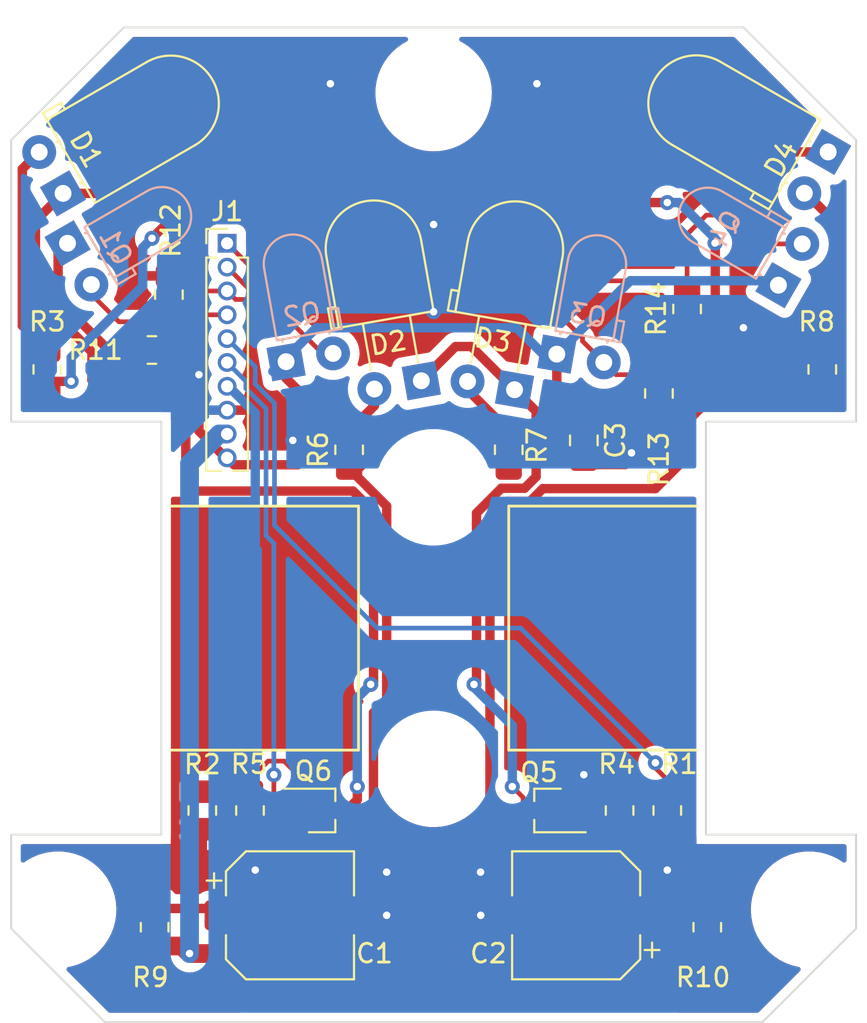
<source format=kicad_pcb>
(kicad_pcb (version 20211014) (generator pcbnew)
  (layers (0 "F.Cu" signal) (31 "B.Cu" signal) (34 "B.Paste" user) (35 "F.Paste" user) (36 "B.SilkS" user "B.Silkscreen") (37 "F.SilkS" user "F.Silkscreen") (38 "B.Mask" user) (39 "F.Mask" user) (44 "Edge.Cuts" user))
  (net 0 "")
  (net 1 "Net-(C1-Pad1)")
  (net 2 "GND")
  (net 3 "Net-(C2-Pad1)")
  (net 4 "Net-(D1-Pad1)")
  (net 5 "Net-(D1-Pad2)")
  (net 6 "Net-(D2-Pad1)")
  (net 7 "Net-(D2-Pad2)")
  (net 8 "Net-(D3-Pad2)")
  (net 9 "Net-(D4-Pad2)")
  (net 10 "A0")
  (net 11 "A1")
  (net 12 "A2")
  (net 13 "A3")
  (net 14 "GP14")
  (net 15 "GP15")
  (net 16 "GNDREF")
  (net 17 "+3V3")
  (net 18 "VCC")
  (net 19 "Net-(Q5-Pad1)")
  (net 20 "Net-(Q6-Pad1)")
  (footprint "MountingHole:MountingHole_2.2mm_M2" (layer "F.Cu") (at 141 106.5)
    (fp_text reference "REFH1" hide)
    (fp_text value "MountingHole_2.2mm_M2" hide)
    (pad "" np_thru_hole circle locked (at 0 0) (size 2.2 2.2) (drill 2.2) (layers *.Cu *.Mask))
  )
  (footprint "MountingHole:MountingHole_2.2mm_M2" (layer "F.Cu") (at 141 91.5)
    (fp_text reference "REFH1" hide)
    (fp_text value "MountingHole_2.2mm_M2" hide)
    (pad "" np_thru_hole circle locked (at 0 0) (size 2.2 2.2) (drill 2.2) (layers *.Cu *.Mask))
  )
  (footprint "Resistor_SMD:R_0805_2012Metric_Pad1.20x1.40mm_HandSolder" (layer "F.Cu") (at 128.68 108.715 -90)
    (fp_text reference "R5" (at -2.46779 -2.49269 180) (layer "F.SilkS"))
    (fp_text value "10k")
    (fp_line (start -0.227064 -0.735) (end 0.227064 -0.735) (layer "F.SilkS") (width 0.12))
    (fp_line (start -0.227064 0.735) (end 0.227064 0.735) (layer "F.SilkS") (width 0.12))
    (pad "1" smd roundrect (at -1 0 270) (size 1.2 1.4) (layers "F.Cu" "F.Paste" "F.Mask") (roundrect_rratio 0.2083333333) (net 20 "Net-(Q6-Pad1)"))
    (pad "2" smd roundrect (at 1 0 270) (size 1.2 1.4) (layers "F.Cu" "F.Paste" "F.Mask") (roundrect_rratio 0.2083333333) (net 2 "GND"))
  )
  (footprint "Connector_PinHeader_1.27mm:PinHeader_1x10_P1.27mm_Vertical" (layer "F.Cu") (at 130 78.5)
    (fp_text reference "J1" (at 0 -1.695) (layer "F.SilkS"))
    (fp_text value "Sensors")
    (fp_line (start -1.11 12.125) (end -0.30753 12.125) (layer "F.SilkS") (width 0.12))
    (fp_line (start -1.11 0.76) (end -1.11 12.125) (layer "F.SilkS") (width 0.12))
    (fp_line (start -1.11 -0.76) (end 0 -0.76) (layer "F.SilkS") (width 0.12))
    (fp_line (start 0.30753 12.125) (end 1.11 12.125) (layer "F.SilkS") (width 0.12))
    (fp_line (start -1.11 0.76) (end -0.563471 0.76) (layer "F.SilkS") (width 0.12))
    (fp_line (start 0.563471 0.76) (end 1.11 0.76) (layer "F.SilkS") (width 0.12))
    (fp_line (start -1.11 0) (end -1.11 -0.76) (layer "F.SilkS") (width 0.12))
    (fp_line (start 1.11 0.76) (end 1.11 12.125) (layer "F.SilkS") (width 0.12))
    (pad "1" thru_hole rect locked (at 0 0) (size 1 1) (drill 0.65) (layers *.Cu *.Mask) (net 10 "A0"))
    (pad "2" thru_hole oval locked (at 0 1.27) (size 1 1) (drill 0.65) (layers *.Cu *.Mask) (net 11 "A1"))
    (pad "3" thru_hole oval locked (at 0 2.54) (size 1 1) (drill 0.65) (layers *.Cu *.Mask) (net 12 "A2"))
    (pad "4" thru_hole oval locked (at 0 3.81) (size 1 1) (drill 0.65) (layers *.Cu *.Mask) (net 13 "A3"))
    (pad "5" thru_hole oval locked (at 0 5.08) (size 1 1) (drill 0.65) (layers *.Cu *.Mask) (net 14 "GP14"))
    (pad "6" thru_hole oval locked (at 0 6.35) (size 1 1) (drill 0.65) (layers *.Cu *.Mask) (net 15 "GP15"))
    (pad "7" thru_hole oval locked (at 0 7.62) (size 1 1) (drill 0.65) (layers *.Cu *.Mask) (net 2 "GND"))
    (pad "8" thru_hole oval locked (at 0 8.89) (size 1 1) (drill 0.65) (layers *.Cu *.Mask) (net 16 "GNDREF"))
    (pad "9" thru_hole oval locked (at 0 10.16) (size 1 1) (drill 0.65) (layers *.Cu *.Mask) (net 18 "VCC"))
    (pad "10" thru_hole oval locked (at 0 11.43) (size 1 1) (drill 0.65) (layers *.Cu *.Mask) (net 17 "+3V3"))
  )
  (footprint "MountingHole:MountingHole_2.2mm_M2" (layer "F.Cu") (at 161 114)
    (fp_text reference "REFH3" hide)
    (fp_text value "MountingHole_2.2mm_M2" hide)
    (pad "" np_thru_hole circle locked (at 0 0) (size 2.2 2.2) (drill 2.2) (layers *.Cu *.Mask))
  )
  (footprint "Resistor_SMD:R_0805_2012Metric_Pad1.20x1.40mm_HandSolder" (layer "F.Cu") (at 153 86.5 90)
    (fp_text reference "R13" (at -3.5 0 90) (layer "F.SilkS"))
    (fp_text value "1.5k")
    (fp_line (start -0.227064 0.735) (end 0.227064 0.735) (layer "F.SilkS") (width 0.12))
    (fp_line (start -0.227064 -0.735) (end 0.227064 -0.735) (layer "F.SilkS") (width 0.12))
    (pad "1" smd roundrect (at -1 0 90) (size 1.2 1.4) (layers "F.Cu" "F.Paste" "F.Mask") (roundrect_rratio 0.2083333333) (net 16 "GNDREF"))
    (pad "2" smd roundrect (at 1 0 90) (size 1.2 1.4) (layers "F.Cu" "F.Paste" "F.Mask") (roundrect_rratio 0.2083333333) (net 11 "A1"))
  )
  (footprint "Capacitor_SMD:CP_Elec_6.3x5.9" (layer "F.Cu") (at 133.35 114.3)
    (fp_text reference "C1" (at 4.5 2.035) (layer "F.SilkS"))
    (fp_text value "100uF")
    (fp_line (start -4.4375 -1.8475) (end -3.65 -1.8475) (layer "F.SilkS") (width 0.12))
    (fp_line (start -2.345563 3.41) (end 3.41 3.41) (layer "F.SilkS") (width 0.12))
    (fp_line (start -3.41 -2.345563) (end -2.345563 -3.41) (layer "F.SilkS") (width 0.12))
    (fp_line (start 3.41 3.41) (end 3.41 1.06) (layer "F.SilkS") (width 0.12))
    (fp_line (start -3.41 2.345563) (end -2.345563 3.41) (layer "F.SilkS") (width 0.12))
    (fp_line (start 3.41 -3.41) (end 3.41 -1.06) (layer "F.SilkS") (width 0.12))
    (fp_line (start -3.41 -2.345563) (end -3.41 -1.06) (layer "F.SilkS") (width 0.12))
    (fp_line (start -2.345563 -3.41) (end 3.41 -3.41) (layer "F.SilkS") (width 0.12))
    (fp_line (start -4.04375 -2.24125) (end -4.04375 -1.45375) (layer "F.SilkS") (width 0.12))
    (fp_line (start -3.41 2.345563) (end -3.41 1.06) (layer "F.SilkS") (width 0.12))
    (pad "1" smd roundrect (at -2.8 0) (size 3.5 1.6) (layers "F.Cu" "F.Paste" "F.Mask") (roundrect_rratio 0.15625) (net 1 "Net-(C1-Pad1)"))
    (pad "2" smd roundrect (at 2.8 0) (size 3.5 1.6) (layers "F.Cu" "F.Paste" "F.Mask") (roundrect_rratio 0.15625) (net 2 "GND"))
  )
  (footprint "Resistor_SMD:R_0805_2012Metric_Pad1.20x1.40mm_HandSolder" (layer "F.Cu") (at 161.7 85.22 90)
    (fp_text reference "R8" (at 2.54 -0.3 180) (layer "F.SilkS"))
    (fp_text value "7R2")
    (fp_line (start -0.227064 -0.735) (end 0.227064 -0.735) (layer "F.SilkS") (width 0.12))
    (fp_line (start -0.227064 0.735) (end 0.227064 0.735) (layer "F.SilkS") (width 0.12))
    (pad "1" smd roundrect (at -1 0 90) (size 1.2 1.4) (layers "F.Cu" "F.Paste" "F.Mask") (roundrect_rratio 0.2083333333) (net 3 "Net-(C2-Pad1)"))
    (pad "2" smd roundrect (at 1 0 90) (size 1.2 1.4) (layers "F.Cu" "F.Paste" "F.Mask") (roundrect_rratio 0.2083333333) (net 9 "Net-(D4-Pad2)"))
  )
  (footprint "Resistor_SMD:R_0805_2012Metric_Pad1.20x1.40mm_HandSolder" (layer "F.Cu") (at 150.905 108.715 90)
    (fp_text reference "R4" (at 2.466785 -0.159066 180) (layer "F.SilkS"))
    (fp_text value "10k")
    (fp_line (start -0.227064 -0.735) (end 0.227064 -0.735) (layer "F.SilkS") (width 0.12))
    (fp_line (start -0.227064 0.735) (end 0.227064 0.735) (layer "F.SilkS") (width 0.12))
    (pad "1" smd roundrect (at -1 0 90) (size 1.2 1.4) (layers "F.Cu" "F.Paste" "F.Mask") (roundrect_rratio 0.2083333333) (net 19 "Net-(Q5-Pad1)"))
    (pad "2" smd roundrect (at 1 0 90) (size 1.2 1.4) (layers "F.Cu" "F.Paste" "F.Mask") (roundrect_rratio 0.2083333333) (net 2 "GND"))
  )
  (footprint "Resistor_SMD:R_0805_2012Metric_Pad1.20x1.40mm_HandSolder" (layer "F.Cu") (at 120.425 85.22 90)
    (fp_text reference "R3" (at 2.54 0 180) (layer "F.SilkS"))
    (fp_text value "7R2")
    (fp_line (start -0.227064 0.735) (end 0.227064 0.735) (layer "F.SilkS") (width 0.12))
    (fp_line (start -0.227064 -0.735) (end 0.227064 -0.735) (layer "F.SilkS") (width 0.12))
    (pad "1" smd roundrect (at -1 0 90) (size 1.2 1.4) (layers "F.Cu" "F.Paste" "F.Mask") (roundrect_rratio 0.2083333333) (net 3 "Net-(C2-Pad1)"))
    (pad "2" smd roundrect (at 1 0 90) (size 1.2 1.4) (layers "F.Cu" "F.Paste" "F.Mask") (roundrect_rratio 0.2083333333) (net 5 "Net-(D1-Pad2)"))
  )
  (footprint "Resistor_SMD:R_0805_2012Metric_Pad1.20x1.40mm_HandSolder" (layer "F.Cu") (at 131.22 108.715 90)
    (fp_text reference "R2" (at 2.450358 -2.540001 180) (layer "F.SilkS"))
    (fp_text value "1k")
    (fp_line (start -0.227064 0.735) (end 0.227064 0.735) (layer "F.SilkS") (width 0.12))
    (fp_line (start -0.227064 -0.735) (end 0.227064 -0.735) (layer "F.SilkS") (width 0.12))
    (pad "1" smd roundrect (at -1 0 90) (size 1.2 1.4) (layers "F.Cu" "F.Paste" "F.Mask") (roundrect_rratio 0.2083333333) (net 15 "GP15"))
    (pad "2" smd roundrect (at 1 0 90) (size 1.2 1.4) (layers "F.Cu" "F.Paste" "F.Mask") (roundrect_rratio 0.2083333333) (net 20 "Net-(Q6-Pad1)"))
  )
  (footprint "LED_THT:LED_D5.0mm_Horizontal_O1.27mm_Z3.0mm" (layer "F.Cu") (at 121.262037 75.841682 120)
    (fp_text reference "D1" (at 1.408975 2.242948 300) (layer "F.SilkS"))
    (fp_text value "TLCR5800")
    (fp_line (start 0 1.08) (end 0 1.21) (layer "F.SilkS") (width 0.12))
    (fp_line (start 2.54 1.21) (end 2.54 1.21) (layer "F.SilkS") (width 0.12))
    (fp_line (start 0 1.21) (end 0 1.08) (layer "F.SilkS") (width 0.12))
    (fp_line (start -1.29 1.21) (end -1.29 7.37) (layer "F.SilkS") (width 0.12))
    (fp_line (start -1.29 1.21) (end 3.83 1.21) (layer "F.SilkS") (width 0.12))
    (fp_line (start 2.54 1.21) (end 2.54 1.08) (layer "F.SilkS") (width 0.12))
    (fp_line (start 0 1.08) (end 0 1.08) (layer "F.SilkS") (width 0.12))
    (fp_line (start 2.54 1.08) (end 2.54 1.21) (layer "F.SilkS") (width 0.12))
    (fp_line (start 4.23 2.33) (end 3.83 2.33) (layer "F.SilkS") (width 0.12))
    (fp_line (start 2.54 1.08) (end 2.54 1.08) (layer "F.SilkS") (width 0.12))
    (fp_line (start 3.83 2.33) (end 3.83 1.21) (layer "F.SilkS") (width 0.12))
    (fp_line (start 0 1.21) (end 0 1.21) (layer "F.SilkS") (width 0.12))
    (fp_line (start 4.23 1.21) (end 4.23 2.33) (layer "F.SilkS") (width 0.12))
    (fp_line (start 3.83 1.21) (end 3.83 7.37) (layer "F.SilkS") (width 0.12))
    (fp_line (start 3.83 1.21) (end 4.23 1.21) (layer "F.SilkS") (width 0.12))
    (fp_arc (start 3.83 7.37) (mid 1.27 9.93) (end -1.29 7.37) (layer "F.SilkS") (width 0.12))
    (pad "1" thru_hole rect (at 0 0 120) (size 1.8 1.8) (drill 0.9) (layers *.Cu *.Mask) (net 4 "Net-(D1-Pad1)"))
    (pad "2" thru_hole circle (at 2.54 0 120) (size 1.8 1.8) (drill 0.9) (layers *.Cu *.Mask) (net 5 "Net-(D1-Pad2)"))
  )
  (footprint "LED_THT:LED_D5.0mm_Horizontal_O1.27mm_Z3.0mm" (layer "F.Cu") (at 145.309094 86.300587 170)
    (fp_text reference "D3" (at 1.6 2.4 170) (layer "F.SilkS"))
    (fp_text value "TLCR5800")
    (fp_line (start -1.29 3.54) (end 3.83 3.54) (layer "F.SilkS") (width 0.12))
    (fp_line (start 4.23 3.54) (end 4.23 4.66) (layer "F.SilkS") (width 0.12))
    (fp_line (start 0 3.54) (end 0 3.54) (layer "F.SilkS") (width 0.12))
    (fp_line (start 0 1) (end 0 3.41) (layer "F.SilkS") (width 0.12))
    (fp_line (start 3.83 3.54) (end 3.83 7.37) (layer "F.SilkS") (width 0.12))
    (fp_line (start 0 3.41) (end 0 3.54) (layer "F.SilkS") (width 0.12))
    (fp_line (start 2.54 3.41) (end 2.54 3.54) (layer "F.SilkS") (width 0.12))
    (fp_line (start 3.83 4.66) (end 3.83 3.54) (layer "F.SilkS") (width 0.12))
    (fp_line (start 2.54 3.54) (end 2.54 3.41) (layer "F.SilkS") (width 0.12))
    (fp_line (start 0 3.54) (end 0 3.41) (layer "F.SilkS") (width 0.12))
    (fp_line (start 2.54 3.54) (end 2.54 3.54) (layer "F.SilkS") (width 0.12))
    (fp_line (start 3.83 3.54) (end 4.23 3.54) (layer "F.SilkS") (width 0.12))
    (fp_line (start -1.29 3.54) (end -1.29 7.37) (layer "F.SilkS") (width 0.12))
    (fp_line (start 2.54 1) (end 2.54 3.41) (layer "F.SilkS") (width 0.12))
    (fp_line (start 4.23 4.66) (end 3.83 4.66) (layer "F.SilkS") (width 0.12))
    (fp_arc (start 3.83 7.37) (mid 1.27 9.93) (end -1.29 7.37) (layer "F.SilkS") (width 0.12))
    (pad "1" thru_hole rect (at 0 0 170) (size 1.8 1.8) (drill 0.9) (layers *.Cu *.Mask) (net 6 "Net-(D2-Pad1)"))
    (pad "2" thru_hole circle (at 2.54 0 170) (size 1.8 1.8) (drill 0.9) (layers *.Cu *.Mask) (net 8 "Net-(D3-Pad2)"))
  )
  (footprint "LED_THT:LED_D5.0mm_Horizontal_O1.27mm_Z3.0mm" (layer "F.Cu") (at 140 86 -170)
    (fp_text reference "D2" (at 1.013802 2.402834 10) (layer "F.SilkS"))
    (fp_text value "TLCR5800")
    (fp_line (start 2.17 3.655) (end 2.17 3.525) (layer "F.SilkS") (width 0.12))
    (fp_line (start -1.66 3.655) (end -1.66 7.485) (layer "F.SilkS") (width 0.12))
    (fp_line (start -0.37 3.525) (end -0.37 3.655) (layer "F.SilkS") (width 0.12))
    (fp_line (start -1.66 3.655) (end 3.46 3.655) (layer "F.SilkS") (width 0.12))
    (fp_line (start -0.37 3.655) (end -0.37 3.655) (layer "F.SilkS") (width 0.12))
    (fp_line (start 3.46 4.775) (end 3.46 3.655) (layer "F.SilkS") (width 0.12))
    (fp_line (start 3.86 4.775) (end 3.46 4.775) (layer "F.SilkS") (width 0.12))
    (fp_line (start 2.17 1.115) (end 2.17 3.525) (layer "F.SilkS") (width 0.12))
    (fp_line (start -0.37 3.655) (end -0.37 3.525) (layer "F.SilkS") (width 0.12))
    (fp_line (start 3.46 3.655) (end 3.46 7.485) (layer "F.SilkS") (width 0.12))
    (fp_line (start -0.37 1.115) (end -0.37 3.525) (layer "F.SilkS") (width 0.12))
    (fp_line (start 3.86 3.655) (end 3.86 4.775) (layer "F.SilkS") (width 0.12))
    (fp_line (start 3.46 3.655) (end 3.86 3.655) (layer "F.SilkS") (width 0.12))
    (fp_line (start 2.17 3.655) (end 2.17 3.655) (layer "F.SilkS") (width 0.12))
    (fp_line (start 2.17 3.525) (end 2.17 3.655) (layer "F.SilkS") (width 0.12))
    (fp_arc (start 3.46 7.485) (mid 0.899999 10.045) (end -1.66 7.485) (layer "F.SilkS") (width 0.12))
    (pad "1" thru_hole rect (at -0.37 0.115 190) (size 1.8 1.8) (drill 0.9) (layers *.Cu *.Mask) (net 6 "Net-(D2-Pad1)"))
    (pad "2" thru_hole circle (at 2.17 0.115 190) (size 1.8 1.8) (drill 0.9) (layers *.Cu *.Mask) (net 7 "Net-(D2-Pad2)"))
  )
  (footprint "Resistor_SMD:R_0805_2012Metric_Pad1.20x1.40mm_HandSolder" (layer "F.Cu") (at 154.5 82 90)
    (fp_text reference "R14" (at 0 -1.65 90) (layer "F.SilkS"))
    (fp_text value "1.5k")
    (fp_line (start -0.227064 0.735) (end 0.227064 0.735) (layer "F.SilkS") (width 0.12))
    (fp_line (start -0.227064 -0.735) (end 0.227064 -0.735) (layer "F.SilkS") (width 0.12))
    (pad "1" smd roundrect (at -1 0 90) (size 1.2 1.4) (layers "F.Cu" "F.Paste" "F.Mask") (roundrect_rratio 0.2083333333) (net 16 "GNDREF"))
    (pad "2" smd roundrect (at 1 0 90) (size 1.2 1.4) (layers "F.Cu" "F.Paste" "F.Mask") (roundrect_rratio 0.2083333333) (net 10 "A0"))
  )
  (footprint "Package_TO_SOT_SMD:SOT-323_SC-70_Handsoldering" (layer "F.Cu") (at 135.03 108.715)
    (fp_text reference "Q6" (at -0.431114 -2.098407) (layer "F.SilkS"))
    (fp_text value "DMG1012T")
    (fp_line (start -0.675 1.16) (end 0.735 1.16) (layer "F.SilkS") (width 0.12))
    (fp_line (start 0.735 -1.16) (end -2 -1.16) (layer "F.SilkS") (width 0.12))
    (fp_line (start 0.735 -1.17) (end 0.735 -0.5) (layer "F.SilkS") (width 0.12))
    (fp_line (start 0.735 0.5) (end 0.735 1.16) (layer "F.SilkS") (width 0.12))
    (pad "1" smd rect (at -1.33 -0.65 270) (size 0.45 1.5) (layers "F.Cu" "F.Paste" "F.Mask") (net 20 "Net-(Q6-Pad1)"))
    (pad "2" smd rect (at -1.33 0.65 270) (size 0.45 1.5) (layers "F.Cu" "F.Paste" "F.Mask") (net 2 "GND"))
    (pad "3" smd rect (at 1.33 0 270) (size 0.45 1.5) (layers "F.Cu" "F.Paste" "F.Mask") (net 4 "Net-(D1-Pad1)"))
  )
  (footprint "Resistor_SMD:R_0805_2012Metric_Pad1.20x1.40mm_HandSolder" (layer "F.Cu") (at 153.445 108.715 -90)
    (fp_text reference "R1" (at -2.466785 -0.635 180) (layer "F.SilkS"))
    (fp_text value "1k")
    (fp_line (start -0.227064 0.735) (end 0.227064 0.735) (layer "F.SilkS") (width 0.12))
    (fp_line (start -0.227064 -0.735) (end 0.227064 -0.735) (layer "F.SilkS") (width 0.12))
    (pad "1" smd roundrect (at -1 0 270) (size 1.2 1.4) (layers "F.Cu" "F.Paste" "F.Mask") (roundrect_rratio 0.2083333333) (net 14 "GP14"))
    (pad "2" smd roundrect (at 1 0 270) (size 1.2 1.4) (layers "F.Cu" "F.Paste" "F.Mask") (roundrect_rratio 0.2083333333) (net 19 "Net-(Q5-Pad1)"))
  )
  (footprint "Resistor_SMD:R_0805_2012Metric_Pad1.20x1.40mm_HandSolder" (layer "F.Cu") (at 155.575 114.935 90)
    (fp_text reference "R10" (at -2.67 -0.225 180) (layer "F.SilkS"))
    (fp_text value "56R")
    (fp_line (start -0.227064 -0.735) (end 0.227064 -0.735) (layer "F.SilkS") (width 0.12))
    (fp_line (start -0.227064 0.735) (end 0.227064 0.735) (layer "F.SilkS") (width 0.12))
    (pad "1" smd roundrect (at -1 0 90) (size 1.2 1.4) (layers "F.Cu" "F.Paste" "F.Mask") (roundrect_rratio 0.2083333333) (net 18 "VCC"))
    (pad "2" smd roundrect (at 1 0 90) (size 1.2 1.4) (layers "F.Cu" "F.Paste" "F.Mask") (roundrect_rratio 0.2083333333) (net 3 "Net-(C2-Pad1)"))
  )
  (footprint "Capacitor_SMD:CP_Elec_6.3x5.9" (layer "F.Cu") (at 148.59 114.3 180)
    (fp_text reference "C2" (at 4.67 -2.035) (layer "F.SilkS"))
    (fp_text value "100uF")
    (fp_line (start -3.41 -2.345563) (end -3.41 -1.06) (layer "F.SilkS") (width 0.12))
    (fp_line (start -2.345563 -3.41) (end 3.41 -3.41) (layer "F.SilkS") (width 0.12))
    (fp_line (start -4.04375 -2.24125) (end -4.04375 -1.45375) (layer "F.SilkS") (width 0.12))
    (fp_line (start 3.41 -3.41) (end 3.41 -1.06) (layer "F.SilkS") (width 0.12))
    (fp_line (start 3.41 3.41) (end 3.41 1.06) (layer "F.SilkS") (width 0.12))
    (fp_line (start -2.345563 3.41) (end 3.41 3.41) (layer "F.SilkS") (width 0.12))
    (fp_line (start -3.41 2.345563) (end -3.41 1.06) (layer "F.SilkS") (width 0.12))
    (fp_line (start -4.4375 -1.8475) (end -3.65 -1.8475) (layer "F.SilkS") (width 0.12))
    (fp_line (start -3.41 -2.345563) (end -2.345563 -3.41) (layer "F.SilkS") (width 0.12))
    (fp_line (start -3.41 2.345563) (end -2.345563 3.41) (layer "F.SilkS") (width 0.12))
    (pad "1" smd roundrect (at -2.8 0 180) (size 3.5 1.6) (layers "F.Cu" "F.Paste" "F.Mask") (roundrect_rratio 0.15625) (net 3 "Net-(C2-Pad1)"))
    (pad "2" smd roundrect (at 2.8 0 180) (size 3.5 1.6) (layers "F.Cu" "F.Paste" "F.Mask") (roundrect_rratio 0.15625) (net 2 "GND"))
  )
  (footprint "Package_TO_SOT_SMD:SOT-323_SC-70_Handsoldering" (layer "F.Cu") (at 147.095 108.715 180)
    (fp_text reference "Q5" (at 0.485048 2.032763) (layer "F.SilkS"))
    (fp_text value "DMG1012T")
    (fp_line (start -0.675 1.16) (end 0.735 1.16) (layer "F.SilkS") (width 0.12))
    (fp_line (start 0.735 -1.17) (end 0.735 -0.5) (layer "F.SilkS") (width 0.12))
    (fp_line (start 0.735 0.5) (end 0.735 1.16) (layer "F.SilkS") (width 0.12))
    (fp_line (start 0.735 -1.16) (end -2 -1.16) (layer "F.SilkS") (width 0.12))
    (pad "1" smd rect (at -1.33 -0.65 90) (size 0.45 1.5) (layers "F.Cu" "F.Paste" "F.Mask") (net 19 "Net-(Q5-Pad1)"))
    (pad "2" smd rect (at -1.33 0.65 90) (size 0.45 1.5) (layers "F.Cu" "F.Paste" "F.Mask") (net 2 "GND"))
    (pad "3" smd rect (at 1.33 0 90) (size 0.45 1.5) (layers "F.Cu" "F.Paste" "F.Mask") (net 6 "Net-(D2-Pad1)"))
  )
  (footprint "Resistor_SMD:R_0805_2012Metric_Pad1.20x1.40mm_HandSolder" (layer "F.Cu") (at 126.900147 81.235512 -90)
    (fp_text reference "R12" (at -3.415719 -0.103244 90) (layer "F.SilkS"))
    (fp_text value "1.5k")
    (fp_line (start -0.227064 0.735) (end 0.227064 0.735) (layer "F.SilkS") (width 0.12))
    (fp_line (start -0.227064 -0.735) (end 0.227064 -0.735) (layer "F.SilkS") (width 0.12))
    (pad "1" smd roundrect (at -1 0 270) (size 1.2 1.4) (layers "F.Cu" "F.Paste" "F.Mask") (roundrect_rratio 0.2083333333) (net 16 "GNDREF"))
    (pad "2" smd roundrect (at 1 0 270) (size 1.2 1.4) (layers "F.Cu" "F.Paste" "F.Mask") (roundrect_rratio 0.2083333333) (net 12 "A2"))
  )
  (footprint "Resistor_SMD:R_0805_2012Metric_Pad1.20x1.40mm_HandSolder" (layer "F.Cu") (at 125.996385 84.184878)
    (fp_text reference "R11" (at -3 0) (layer "F.SilkS"))
    (fp_text value "1.5k")
    (fp_line (start -0.227064 -0.735) (end 0.227064 -0.735) (layer "F.SilkS") (width 0.12))
    (fp_line (start -0.227064 0.735) (end 0.227064 0.735) (layer "F.SilkS") (width 0.12))
    (pad "1" smd roundrect (at -1 0) (size 1.2 1.4) (layers "F.Cu" "F.Paste" "F.Mask") (roundrect_rratio 0.2083333333) (net 16 "GNDREF"))
    (pad "2" smd roundrect (at 1 0) (size 1.2 1.4) (layers "F.Cu" "F.Paste" "F.Mask") (roundrect_rratio 0.2083333333) (net 13 "A3"))
  )
  (footprint "Resistor_SMD:R_0805_2012Metric_Pad1.20x1.40mm_HandSolder" (layer "F.Cu") (at 145 89.5 90)
    (fp_text reference "R7" (at 0.227064 1.5 90) (layer "F.SilkS"))
    (fp_text value "7R2")
    (fp_line (start -0.227064 0.735) (end 0.227064 0.735) (layer "F.SilkS") (width 0.12))
    (fp_line (start -0.227064 -0.735) (end 0.227064 -0.735) (layer "F.SilkS") (width 0.12))
    (pad "1" smd roundrect (at -1 0 90) (size 1.2 1.4) (layers "F.Cu" "F.Paste" "F.Mask") (roundrect_rratio 0.2083333333) (net 1 "Net-(C1-Pad1)"))
    (pad "2" smd roundrect (at 1 0 90) (size 1.2 1.4) (layers "F.Cu" "F.Paste" "F.Mask") (roundrect_rratio 0.2083333333) (net 8 "Net-(D3-Pad2)"))
  )
  (footprint "Resistor_SMD:R_0805_2012Metric_Pad1.20x1.40mm_HandSolder" (layer "F.Cu") (at 126.14 114.935 90)
    (fp_text reference "R9" (at -2.67 -0.225 180) (layer "F.SilkS"))
    (fp_text value "56R")
    (fp_line (start -0.227064 -0.735) (end 0.227064 -0.735) (layer "F.SilkS") (width 0.12))
    (fp_line (start -0.227064 0.735) (end 0.227064 0.735) (layer "F.SilkS") (width 0.12))
    (pad "1" smd roundrect (at -1 0 90) (size 1.2 1.4) (layers "F.Cu" "F.Paste" "F.Mask") (roundrect_rratio 0.2083333333) (net 18 "VCC"))
    (pad "2" smd roundrect (at 1 0 90) (size 1.2 1.4) (layers "F.Cu" "F.Paste" "F.Mask") (roundrect_rratio 0.2083333333) (net 1 "Net-(C1-Pad1)"))
  )
  (footprint "MountingHole:MountingHole_2.2mm_M2" (layer "F.Cu") (at 121 114)
    (fp_text reference "REFH2" hide)
    (fp_text value "MountingHole_2.2mm_M2" hide)
    (pad "" np_thru_hole circle locked (at 0 0) (size 2.2 2.2) (drill 2.2) (layers *.Cu *.Mask))
  )
  (footprint "Resistor_SMD:R_0805_2012Metric_Pad1.20x1.40mm_HandSolder" (layer "F.Cu") (at 136.5 89.5 90)
    (fp_text reference "R6" (at 0 -1.65 90) (layer "F.SilkS"))
    (fp_text value "7R2")
    (fp_line (start -0.227064 -0.735) (end 0.227064 -0.735) (layer "F.SilkS") (width 0.12))
    (fp_line (start -0.227064 0.735) (end 0.227064 0.735) (layer "F.SilkS") (width 0.12))
    (pad "1" smd roundrect (at -1 0 90) (size 1.2 1.4) (layers "F.Cu" "F.Paste" "F.Mask") (roundrect_rratio 0.2083333333) (net 1 "Net-(C1-Pad1)"))
    (pad "2" smd roundrect (at 1 0 90) (size 1.2 1.4) (layers "F.Cu" "F.Paste" "F.Mask") (roundrect_rratio 0.2083333333) (net 7 "Net-(D2-Pad2)"))
  )
  (footprint "LED_THT:LED_D5.0mm_Horizontal_O1.27mm_Z3.0mm" (layer "F.Cu") (at 162.012964 73.633318 -120)
    (fp_text reference "D4" (at 1.574038 1.99295 -120) (layer "F.SilkS"))
    (fp_text value "TLCR5800")
    (fp_line (start 3.83 1.21) (end 3.83 7.37) (layer "F.SilkS") (width 0.12))
    (fp_line (start 2.54 1.21) (end 2.54 1.21) (layer "F.SilkS") (width 0.12))
    (fp_line (start 4.23 1.21) (end 4.23 2.33) (layer "F.SilkS") (width 0.12))
    (fp_line (start -1.29 1.21) (end 3.83 1.21) (layer "F.SilkS") (width 0.12))
    (fp_line (start 0 1.08) (end 0 1.08) (layer "F.SilkS") (width 0.12))
    (fp_line (start 2.54 1.08) (end 2.54 1.21) (layer "F.SilkS") (width 0.12))
    (fp_line (start 2.54 1.08) (end 2.54 1.08) (layer "F.SilkS") (width 0.12))
    (fp_line (start 2.54 1.21) (end 2.54 1.08) (layer "F.SilkS") (width 0.12))
    (fp_line (start -1.29 1.21) (end -1.29 7.37) (layer "F.SilkS") (width 0.12))
    (fp_line (start 0 1.21) (end 0 1.21) (layer "F.SilkS") (width 0.12))
    (fp_line (start 3.83 1.21) (end 4.23 1.21) (layer "F.SilkS") (width 0.12))
    (fp_line (start 0 1.08) (end 0 1.21) (layer "F.SilkS") (width 0.12))
    (fp_line (start 0 1.21) (end 0 1.08) (layer "F.SilkS") (width 0.12))
    (fp_line (start 4.23 2.33) (end 3.83 2.33) (layer "F.SilkS") (width 0.12))
    (fp_line (start 3.83 2.33) (end 3.83 1.21) (layer "F.SilkS") (width 0.12))
    (fp_arc (start 3.83 7.37) (mid 1.27 9.93) (end -1.29 7.37) (layer "F.SilkS") (width 0.12))
    (pad "1" thru_hole rect (at 0 0 240) (size 1.8 1.8) (drill 0.9) (layers *.Cu *.Mask) (net 4 "Net-(D1-Pad1)"))
    (pad "2" thru_hole circle (at 2.54 0 240) (size 1.8 1.8) (drill 0.9) (layers *.Cu *.Mask) (net 9 "Net-(D4-Pad2)"))
  )
  (footprint "Capacitor_SMD:C_0805_2012Metric_Pad1.18x1.45mm_HandSolder" (layer "F.Cu") (at 149 89 -90)
    (fp_text reference "C3" (at 0 -1.68 90) (layer "F.SilkS"))
    (fp_text value "100nF")
    (fp_line (start -0.261252 0.735) (end 0.261252 0.735) (layer "F.SilkS") (width 0.12))
    (fp_line (start -0.261252 -0.735) (end 0.261252 -0.735) (layer "F.SilkS") (width 0.12))
    (pad "1" smd roundrect (at -1.0375 0 270) (size 1.175 1.45) (layers "F.Cu" "F.Paste" "F.Mask") (roundrect_rratio 0.2127659574) (net 17 "+3V3"))
    (pad "2" smd roundrect (at 1.0375 0 270) (size 1.175 1.45) (layers "F.Cu" "F.Paste" "F.Mask") (roundrect_rratio 0.2127659574) (net 16 "GNDREF"))
  )
  (footprint "MountingHole:MountingHole_2.2mm_M2" (layer "F.Cu") (at 141 70.5)
    (fp_text reference "REFH1" hide)
    (fp_text value "MountingHole_2.2mm_M2" hide)
    (pad "" np_thru_hole circle locked (at 0 0) (size 2.2 2.2) (drill 2.2) (layers *.Cu *.Mask))
  )
  (footprint "LED_THT:LED_D3.0mm_Horizontal_O1.27mm_Z2.0mm" (layer "B.Cu") (at 133.141552 84.807615 10)
    (fp_text reference "Q2" (at 1.27 -2.325 10) (layer "B.SilkS") (effects (justify mirror)))
    (fp_text value "SFH309")
    (fp_line (start 2.54 -1.08) (end 2.54 -1.21) (layer "B.SilkS") (width 0.12))
    (fp_line (start 0 -1.21) (end 0 -1.08) (layer "B.SilkS") (width 0.12))
    (fp_line (start 3.23 -2.33) (end 2.83 -2.33) (layer "B.SilkS") (width 0.12))
    (fp_line (start -0.29 -1.21) (end -0.29 -5.07) (layer "B.SilkS") (width 0.12))
    (fp_line (start 2.54 -1.21) (end 2.54 -1.08) (layer "B.SilkS") (width 0.12))
    (fp_line (start 2.83 -1.21) (end 2.83 -5.07) (layer "B.SilkS") (width 0.12))
    (fp_line (start 2.83 -1.21) (end 3.23 -1.21) (layer "B.SilkS") (width 0.12))
    (fp_line (start -0.29 -1.21) (end 2.83 -1.21) (layer "B.SilkS") (width 0.12))
    (fp_line (start 0 -1.08) (end 0 -1.21) (layer "B.SilkS") (width 0.12))
    (fp_line (start 3.23 -1.21) (end 3.23 -2.33) (layer "B.SilkS") (width 0.12))
    (fp_line (start 2.54 -1.21) (end 2.54 -1.21) (layer "B.SilkS") (width 0.12))
    (fp_line (start 2.54 -1.08) (end 2.54 -1.08) (layer "B.SilkS") (width 0.12))
    (fp_line (start 0 -1.08) (end 0 -1.08) (layer "B.SilkS") (width 0.12))
    (fp_line (start 0 -1.21) (end 0 -1.21) (layer "B.SilkS") (width 0.12))
    (fp_line (start 2.83 -2.33) (end 2.83 -1.21) (layer "B.SilkS") (width 0.12))
    (fp_arc (start -0.29 -5.07) (mid 1.269999 -6.63) (end 2.83 -5.07) (layer "B.SilkS") (width 0.12))
    (pad "1" thru_hole rect (at 0 0 10) (size 1.8 1.8) (drill 0.9) (layers *.Cu *.Mask) (net 17 "+3V3"))
    (pad "2" thru_hole circle (at 2.54 0 10) (size 1.8 1.8) (drill 0.9) (layers *.Cu *.Mask) (net 12 "A2"))
  )
  (footprint "LED_THT:LED_D3.0mm_Horizontal_O1.27mm_Z2.0mm" (layer "B.Cu") (at 147.561429 84.405217 -10)
    (fp_text reference "Q3" (at 1.27 -2.325 170) (layer "B.SilkS") (effects (justify mirror)))
    (fp_text value "SFH309")
    (fp_line (start 2.83 -2.33) (end 2.83 -1.21) (layer "B.SilkS") (width 0.12))
    (fp_line (start 0 -1.21) (end 0 -1.08) (layer "B.SilkS") (width 0.12))
    (fp_line (start 0 -1.21) (end 0 -1.21) (layer "B.SilkS") (width 0.12))
    (fp_line (start 3.23 -2.33) (end 2.83 -2.33) (layer "B.SilkS") (width 0.12))
    (fp_line (start 2.54 -1.21) (end 2.54 -1.21) (layer "B.SilkS") (width 0.12))
    (fp_line (start -0.29 -1.21) (end 2.83 -1.21) (layer "B.SilkS") (width 0.12))
    (fp_line (start 2.83 -1.21) (end 3.23 -1.21) (layer "B.SilkS") (width 0.12))
    (fp_line (start 2.83 -1.21) (end 2.83 -5.07) (layer "B.SilkS") (width 0.12))
    (fp_line (start 2.54 -1.21) (end 2.54 -1.08) (layer "B.SilkS") (width 0.12))
    (fp_line (start 3.23 -1.21) (end 3.23 -2.33) (layer "B.SilkS") (width 0.12))
    (fp_line (start 2.54 -1.08) (end 2.54 -1.21) (layer "B.SilkS") (width 0.12))
    (fp_line (start 0 -1.08) (end 0 -1.21) (layer "B.SilkS") (width 0.12))
    (fp_line (start -0.29 -1.21) (end -0.29 -5.07) (layer "B.SilkS") (width 0.12))
    (fp_line (start 2.54 -1.08) (end 2.54 -1.08) (layer "B.SilkS") (width 0.12))
    (fp_line (start 0 -1.08) (end 0 -1.08) (layer "B.SilkS") (width 0.12))
    (fp_arc (start -0.29 -5.07) (mid 1.27 -6.63) (end 2.83 -5.07) (layer "B.SilkS") (width 0.12))
    (pad "1" thru_hole rect (at 0 0 350) (size 1.8 1.8) (drill 0.9) (layers *.Cu *.Mask) (net 17 "+3V3"))
    (pad "2" thru_hole circle (at 2.54 0 350) (size 1.8 1.8) (drill 0.9) (layers *.Cu *.Mask) (net 11 "A1"))
  )
  (footprint "LED_THT:LED_D3.0mm_Horizontal_O1.27mm_Z2.0mm" (layer "B.Cu") (at 159.363194 80.732958 60)
    (fp_text reference "Q4" (at 1.183013 -3.941026 240) (layer "B.SilkS") (effects (justify mirror)))
    (fp_text value "SFH309")
    (fp_line (start -0.29 -1.21) (end -0.29 -5.07) (layer "B.SilkS") (width 0.12))
    (fp_line (start 2.54 -1.08) (end 2.54 -1.08) (layer "B.SilkS") (width 0.12))
    (fp_line (start 3.23 -1.21) (end 3.23 -2.33) (layer "B.SilkS") (width 0.12))
    (fp_line (start 0 -1.08) (end 0 -1.21) (layer "B.SilkS") (width 0.12))
    (fp_line (start 2.83 -1.21) (end 2.83 -5.07) (layer "B.SilkS") (width 0.12))
    (fp_line (start 2.83 -1.21) (end 3.23 -1.21) (layer "B.SilkS") (width 0.12))
    (fp_line (start 0 -1.21) (end 0 -1.08) (layer "B.SilkS") (width 0.12))
    (fp_line (start 2.54 -1.21) (end 2.54 -1.08) (layer "B.SilkS") (width 0.12))
    (fp_line (start 0 -1.21) (end 0 -1.21) (layer "B.SilkS") (width 0.12))
    (fp_line (start 2.54 -1.08) (end 2.54 -1.21) (layer "B.SilkS") (width 0.12))
    (fp_line (start 0 -1.08) (end 0 -1.08) (layer "B.SilkS") (width 0.12))
    (fp_line (start 3.23 -2.33) (end 2.83 -2.33) (layer "B.SilkS") (width 0.12))
    (fp_line (start 2.83 -2.33) (end 2.83 -1.21) (layer "B.SilkS") (width 0.12))
    (fp_line (start 2.54 -1.21) (end 2.54 -1.21) (layer "B.SilkS") (width 0.12))
    (fp_line (start -0.29 -1.21) (end 2.83 -1.21) (layer "B.SilkS") (width 0.12))
    (fp_arc (start -0.29 -5.07) (mid 1.27 -6.63) (end 2.83 -5.07) (layer "B.SilkS") (width 0.12))
    (pad "1" thru_hole rect (at 0 0 60) (size 1.8 1.8) (drill 0.9) (layers *.Cu *.Mask) (net 17 "+3V3"))
    (pad "2" thru_hole circle (at 2.54 0 60) (size 1.8 1.8) (drill 0.9) (layers *.Cu *.Mask) (net 10 "A0"))
  )
  (footprint "LED_THT:LED_D3.0mm_Horizontal_O1.27mm_Z2.0mm" (layer "B.Cu") (at 121.5 78.5 -60)
    (fp_text reference "Q1" (at 1.433012 -2.141987 120) (layer "B.SilkS") (effects (justify mirror)))
    (fp_text value "SFH309")
    (fp_line (start 3.23 -2.33) (end 2.83 -2.33) (layer "B.SilkS") (width 0.12))
    (fp_line (start 2.54 -1.08) (end 2.54 -1.21) (layer "B.SilkS") (width 0.12))
    (fp_line (start 3.23 -1.21) (end 3.23 -2.33) (layer "B.SilkS") (width 0.12))
    (fp_line (start 2.83 -1.21) (end 2.83 -5.07) (layer "B.SilkS") (width 0.12))
    (fp_line (start 2.83 -2.33) (end 2.83 -1.21) (layer "B.SilkS") (width 0.12))
    (fp_line (start 0 -1.21) (end 0 -1.08) (layer "B.SilkS") (width 0.12))
    (fp_line (start 2.83 -1.21) (end 3.23 -1.21) (layer "B.SilkS") (width 0.12))
    (fp_line (start 0 -1.21) (end 0 -1.21) (layer "B.SilkS") (width 0.12))
    (fp_line (start 0 -1.08) (end 0 -1.08) (layer "B.SilkS") (width 0.12))
    (fp_line (start -0.29 -1.21) (end 2.83 -1.21) (layer "B.SilkS") (width 0.12))
    (fp_line (start -0.29 -1.21) (end -0.29 -5.07) (layer "B.SilkS") (width 0.12))
    (fp_line (start 2.54 -1.08) (end 2.54 -1.08) (layer "B.SilkS") (width 0.12))
    (fp_line (start 2.54 -1.21) (end 2.54 -1.08) (layer "B.SilkS") (width 0.12))
    (fp_line (start 0 -1.08) (end 0 -1.21) (layer "B.SilkS") (width 0.12))
    (fp_line (start 2.54 -1.21) (end 2.54 -1.21) (layer "B.SilkS") (width 0.12))
    (fp_arc (start -0.29 -5.07) (mid 1.27 -6.63) (end 2.83 -5.07) (layer "B.SilkS") (width 0.12))
    (pad "1" thru_hole rect (at 0 0 300) (size 1.8 1.8) (drill 0.9) (layers *.Cu *.Mask) (net 17 "+3V3"))
    (pad "2" thru_hole circle (at 2.54 0 300) (size 1.8 1.8) (drill 0.9) (layers *.Cu *.Mask) (net 13 "A3"))
  )
  (gr_line (start 137 92.5) (end 137 105.5) (layer "F.SilkS") (width 0.15))
  (gr_line (start 155 92.5) (end 145 92.5) (layer "F.SilkS") (width 0.15))
  (gr_line (start 127 92.5) (end 137 92.5) (layer "F.SilkS") (width 0.15))
  (gr_line (start 137 105.5) (end 127 105.5) (layer "F.SilkS") (width 0.15))
  (gr_line (start 145 92.5) (end 145 105.5) (layer "F.SilkS") (width 0.15))
  (gr_line (start 145 105.5) (end 155 105.5) (layer "F.SilkS") (width 0.15))
  (gr_poly locked (pts (xy 155.5 110) (xy 155.5 105) (xy 155.5 93) (xy 155.5 88) (xy 163.5 88) (xy 163.5 73) (xy 157.5 67) (xy 124.5 67) (xy 118.5 73) (xy 118.5 88) (xy 126.5 88) (xy 126.5 93) (xy 126.5 105) (xy 126.5 110) (xy 118.5 110) (xy 118.5 115) (xy 123.5 120) (xy 158.5 120) (xy 163.5 115) (xy 163.5 110)) (layer "Edge.Cuts") (width 0.1) (fill none))
  (segment (start 126.14 113.935) (end 133.08 113.935) (width 0.5) (layer "F.Cu") (net 1))
  (segment (start 133.08 113.935) (end 137.795 109.22) (width 0.5) (layer "F.Cu") (net 1))
  (segment (start 137 90.5) (end 139.5 88) (width 0.5) (layer "F.Cu") (net 1))
  (segment (start 137.795 103.505) (end 138.5 102.8) (width 0.5) (layer "F.Cu") (net 1))
  (segment (start 142.5 88) (end 145 90.5) (width 0.5) (layer "F.Cu") (net 1))
  (segment (start 136.5 90.5) (end 137 90.5) (width 0.5) (layer "F.Cu") (net 1))
  (segment (start 137.795 109.22) (end 137.795 103.505) (width 0.5) (layer "F.Cu") (net 1))
  (segment (start 138.5 102.8) (end 138.5 92.5) (width 0.5) (layer "F.Cu") (net 1))
  (segment (start 138.5 92.5) (end 136.5 90.5) (width 0.5) (layer "F.Cu") (net 1))
  (segment (start 139.5 88) (end 142.5 88) (width 0.5) (layer "F.Cu") (net 1))
  (segment (start 149.06 106.87) (end 149 106.81) (width 0.25) (layer "F.Cu") (net 2))
  (segment (start 149.06 108.065) (end 149.06 106.87) (width 0.25) (layer "F.Cu") (net 2))
  (segment (start 136.15 114.3) (end 145.79 114.3) (width 1) (layer "F.Cu") (net 2))
  (via (at 153.445 111.89) (size 0.8) (drill 0.4) (layers "F.Cu" "B.Cu") (net 2))
  (via (at 138.5 112) (size 0.8) (drill 0.4) (layers "F.Cu" "B.Cu") (net 2))
  (via (at 131.5 111.89) (size 0.8) (drill 0.4) (layers "F.Cu" "B.Cu") (net 2))
  (via (at 143.51 114.3) (size 0.8) (drill 0.4) (layers "F.Cu" "B.Cu") (net 2))
  (via (at 143.5 112) (size 0.8) (drill 0.4) (layers "F.Cu" "B.Cu") (net 2))
  (via (at 138.5 114.3) (size 0.8) (drill 0.4) (layers "F.Cu" "B.Cu") (net 2))
  (via (at 149 106.81) (size 0.8) (drill 0.4) (layers "F.Cu" "B.Cu") (net 2))
  (segment (start 131.5 87.547188) (end 131.5 111.89) (width 0.5) (layer "B.Cu") (net 2))
  (segment (start 130.072812 86.12) (end 131.5 87.547188) (width 0.5) (layer "B.Cu") (net 2))
  (segment (start 130 86.12) (end 130.072812 86.12) (width 0.5) (layer "B.Cu") (net 2))
  (segment (start 156 78.5) (end 156 86.5) (width 0.5) (layer "F.Cu") (net 3))
  (segment (start 161.43 86.49) (end 156.01 86.49) (width 0.5) (layer "F.Cu") (net 3))
  (segment (start 144 93.146418) (end 144 109.075) (width 0.5) (layer "F.Cu") (net 3))
  (segment (start 151.39 114.3) (end 155.21 114.3) (width 0.5) (layer "F.Cu") (net 3))
  (segment (start 161.7 86.22) (end 161.43 86.49) (width 0.5) (layer "F.Cu") (net 3))
  (segment (start 121.695 85.855) (end 120.79 85.855) (width 0.5) (layer "F.Cu") (net 3))
  (segment (start 120.79 85.855) (end 120.425 86.22) (width 0.5) (layer "F.Cu") (net 3))
  (segment (start 149.225 114.3) (end 151.39 114.3) (width 0.5) (layer "F.Cu") (net 3))
  (segment (start 154.715 89.665) (end 152.81 91.57) (width 0.5) (layer "F.Cu") (net 3))
  (segment (start 127.905 76.33) (end 126 78.235) (width 0.5) (layer "F.Cu") (net 3))
  (segment (start 144 109.075) (end 149.225 114.3) (width 0.5) (layer "F.Cu") (net 3))
  (segment (start 156 86.5) (end 154.715 87.785) (width 0.5) (layer "F.Cu") (net 3))
  (segment (start 146.13497 92.24998) (end 144.896438 92.24998) (width 0.5) (layer "F.Cu") (net 3))
  (segment (start 155.987701 78.487701) (end 156 78.5) (width 0.5) (layer "F.Cu") (net 3))
  (segment (start 154.715 87.785) (end 154.715 89.665) (width 0.5) (layer "F.Cu") (net 3))
  (segment (start 144.896438 92.24998) (end 144 93.146418) (width 0.5) (layer "F.Cu") (net 3))
  (segment (start 153.445 76.33) (end 127.905 76.33) (width 0.5) (layer "F.Cu") (net 3))
  (segment (start 152.81 91.57) (end 146.81495 91.57) (width 0.5) (layer "F.Cu") (net 3))
  (segment (start 146.81495 91.57) (end 146.13497 92.24998) (width 0.5) (layer "F.Cu") (net 3))
  (segment (start 155.21 114.3) (end 155.575 113.935) (width 0.5) (layer "F.Cu") (net 3))
  (segment (start 156.01 86.49) (end 156 86.5) (width 0.5) (layer "F.Cu") (net 3))
  (via (at 126 78.235) (size 0.8) (drill 0.4) (layers "F.Cu" "B.Cu") (net 3))
  (via (at 121.695 85.855) (size 0.8) (drill 0.4) (layers "F.Cu" "B.Cu") (net 3))
  (via (at 153.445 76.33) (size 0.8) (drill 0.4) (layers "F.Cu" "B.Cu") (net 3))
  (via (at 155.987701 78.487701) (size 0.8) (drill 0.4) (layers "F.Cu" "B.Cu") (net 3))
  (segment (start 125.505 80.775) (end 121.695 84.585) (width 0.5) (layer "B.Cu") (net 3))
  (segment (start 154.08 76.33) (end 155.987701 78.237701) (width 0.5) (layer "B.Cu") (net 3))
  (segment (start 125.505 78.73) (end 125.505 80.775) (width 0.5) (layer "B.Cu") (net 3))
  (segment (start 153.445 76.33) (end 154.08 76.33) (width 0.5) (layer "B.Cu") (net 3))
  (segment (start 126 78.235) (end 125.505 78.73) (width 0.5) (layer "B.Cu") (net 3))
  (segment (start 155.987701 78.237701) (end 155.987701 78.487701) (width 0.5) (layer "B.Cu") (net 3))
  (segment (start 121.695 84.585) (end 121.695 85.855) (width 0.5) (layer "B.Cu") (net 3))
  (segment (start 125.005 74.995) (end 157.798318 74.995) (width 0.5) (layer "F.Cu") (net 4))
  (segment (start 121.262037 75.841682) (end 124.158318 75.841682) (width 0.5) (layer "F.Cu") (net 4))
  (segment (start 127.80048 87.95144) (end 126.34904 86.5) (width 0.5) (layer "F.Cu") (net 4))
  (segment (start 137.6505 102) (end 137.80048 101.85002) (width 0.5) (layer "F.Cu") (net 4))
  (segment (start 124.158318 75.841682) (end 125.005 74.995) (width 0.5) (layer "F.Cu") (net 4))
  (segment (start 122.80048 85.78975) (end 122.80048 84.28975) (width 0.5) (layer "F.Cu") (net 4))
  (segment (start 137.80048 101.85002) (end 137.80048 92.78975) (width 0.5) (layer "F.Cu") (net 4))
  (segment (start 159.16 73.633318) (end 162.012964 73.633318) (width 0.5) (layer "F.Cu") (net 4))
  (segment (start 137.80048 92.78975) (end 136.71025 91.69952) (width 0.5) (layer "F.Cu") (net 4))
  (segment (start 122.80048 84.28975) (end 119.791557 81.280827) (width 0.5) (layer "F.Cu") (net 4))
  (segment (start 119.791557 81.280827) (end 119.791557 77.312162) (width 0.5) (layer "F.Cu") (net 4))
  (segment (start 123.51073 86.5) (end 122.80048 85.78975) (width 0.5) (layer "F.Cu") (net 4))
  (segment (start 127.80048 91.19952) (end 127.80048 87.95144) (width 0.5) (layer "F.Cu") (net 4))
  (segment (start 136.71025 91.69952) (end 128.30048 91.69952) (width 0.5) (layer "F.Cu") (net 4))
  (segment (start 136.935 108.14) (end 136.36 108.715) (width 0.5) (layer "F.Cu") (net 4))
  (segment (start 157.798318 74.995) (end 159.16 73.633318) (width 0.5) (layer "F.Cu") (net 4))
  (segment (start 126.34904 86.5) (end 123.51073 86.5) (width 0.5) (layer "F.Cu") (net 4))
  (segment (start 119.791557 77.312162) (end 121.262037 75.841682) (width 0.5) (layer "F.Cu") (net 4))
  (segment (start 128.30048 91.69952) (end 127.80048 91.19952) (width 0.5) (layer "F.Cu") (net 4))
  (segment (start 136.935 107.445) (end 136.935 108.14) (width 0.5) (layer "F.Cu") (net 4))
  (via (at 136.935 107.445) (size 0.8) (drill 0.4) (layers "F.Cu" "B.Cu") (net 4))
  (via (at 137.6505 102) (size 0.8) (drill 0.4) (layers "F.Cu" "B.Cu") (net 4))
  (segment (start 136.935 102.7155) (end 136.935 107.445) (width 0.5) (layer "B.Cu") (net 4))
  (segment (start 137.6505 102) (end 136.935 102.7155) (width 0.5) (layer "B.Cu") (net 4))
  (segment (start 119.092037 82.887037) (end 120.425 84.22) (width 0.5) (layer "F.Cu") (net 5))
  (segment (start 119.092037 74.541977) (end 119.092037 82.887037) (width 0.5) (layer "F.Cu") (net 5))
  (segment (start 119.992037 73.641977) (end 119.092037 74.541977) (width 0.5) (layer "F.Cu") (net 5))
  (segment (start 145.765 108.02) (end 145.19 107.445) (width 0.25) (layer "F.Cu") (net 6))
  (segment (start 143.285 92.872148) (end 144.607148 91.55) (width 0.5) (layer "F.Cu") (net 6))
  (segment (start 146.46 87.451493) (end 145.309094 86.300587) (width 0.5) (layer "F.Cu") (net 6))
  (segment (start 143.1505 102) (end 143.285 101.8655) (width 0.5) (layer "F.Cu") (net 6))
  (segment (start 145.309094 86.300587) (end 143.008507 84) (width 0.5) (layer "F.Cu") (net 6))
  (segment (start 142.166906 84) (end 140.344409 85.822497) (width 0.5) (layer "F.Cu") (net 6))
  (segment (start 146.46 90.935) (end 146.46 87.451493) (width 0.5) (layer "F.Cu") (net 6))
  (segment (start 145.765 108.715) (end 145.765 108.02) (width 0.25) (layer "F.Cu") (net 6))
  (segment (start 145.845 91.55) (end 146.46 90.935) (width 0.5) (layer "F.Cu") (net 6))
  (segment (start 143.008507 84) (end 142.166906 84) (width 0.5) (layer "F.Cu") (net 6))
  (segment (start 144.607148 91.55) (end 145.845 91.55) (width 0.5) (layer "F.Cu") (net 6))
  (segment (start 143.285 101.8655) (end 143.285 92.872148) (width 0.5) (layer "F.Cu") (net 6))
  (via (at 145.19 107.445) (size 0.8) (drill 0.4) (layers "F.Cu" "B.Cu") (net 6))
  (via (at 143.1505 102) (size 0.8) (drill 0.4) (layers "F.Cu" "B.Cu") (net 6))
  (segment (start 145.19 107.445) (end 145.19 104.19) (width 0.5) (layer "B.Cu") (net 6))
  (segment (start 143.1505 102.1505) (end 143.1505 102) (width 0.5) (layer "B.Cu") (net 6))
  (segment (start 145.19 104.19) (end 143.1505 102.1505) (width 0.5) (layer "B.Cu") (net 6))
  (segment (start 137.842998 86.263564) (end 137.842998 87.157002) (width 0.5) (layer "F.Cu") (net 7))
  (segment (start 137.842998 87.157002) (end 136.5 88.5) (width 0.5) (layer "F.Cu") (net 7))
  (segment (start 142.807682 85.691147) (end 142.807682 86.307682) (width 0.5) (layer "F.Cu") (net 8))
  (segment (start 142.807682 86.307682) (end 145 88.5) (width 0.5) (layer "F.Cu") (net 8))
  (segment (start 162.5 77.5) (end 162.5 83.42) (width 0.5) (layer "F.Cu") (net 9))
  (segment (start 160.742964 75.833023) (end 160.833023 75.833023) (width 0.5) (layer "F.Cu") (net 9))
  (segment (start 162.5 83.42) (end 161.7 84.22) (width 0.5) (layer "F.Cu") (net 9))
  (segment (start 160.833023 75.833023) (end 162.5 77.5) (width 0.5) (layer "F.Cu") (net 9))
  (segment (start 154 80.5) (end 154.5 81) (width 0.25) (layer "F.Cu") (net 10))
  (segment (start 156.5 77) (end 155.524614 77) (width 0.25) (layer "F.Cu") (net 10))
  (segment (start 158.033253 78.533253) (end 156.5 77) (width 0.25) (layer "F.Cu") (net 10))
  (segment (start 155.524614 77) (end 154.5 78.024614) (width 0.25) (layer "F.Cu") (net 10))
  (segment (start 160.633194 78.533253) (end 158.033253 78.533253) (width 0.25) (layer "F.Cu") (net 10))
  (segment (start 132 80.5) (end 154 80.5) (width 0.25) (layer "F.Cu") (net 10))
  (segment (start 130 78.5) (end 132 80.5) (width 0.25) (layer "F.Cu") (net 10))
  (segment (start 154.5 78.024614) (end 154.5 81) (width 0.25) (layer "F.Cu") (net 10))
  (segment (start 150.716558 85.5) (end 148.928559 83.712001) (width 0.25) (layer "F.Cu") (net 11))
  (segment (start 148.928559 83.540753) (end 146.432806 81.045) (width 0.25) (layer "F.Cu") (net 11))
  (segment (start 153 85.5) (end 150.716558 85.5) (width 0.25) (layer "F.Cu") (net 11))
  (segment (start 131.275 81.045) (end 130 79.77) (width 0.25) (layer "F.Cu") (net 11))
  (segment (start 148.928559 83.712001) (end 148.928559 83.540753) (width 0.25) (layer "F.Cu") (net 11))
  (segment (start 146.432806 81.045) (end 131.275 81.045) (width 0.25) (layer "F.Cu") (net 11))
  (segment (start 128.095659 81.04) (end 130 81.04) (width 0.25) (layer "F.Cu") (net 12))
  (segment (start 126.900147 82.235512) (end 128.095659 81.04) (width 0.25) (layer "F.Cu") (net 12))
  (segment (start 132.197403 81.49452) (end 130.45452 81.49452) (width 0.25) (layer "F.Cu") (net 12))
  (segment (start 135.642964 84.366549) (end 135.069432 84.366549) (width 0.25) (layer "F.Cu") (net 12))
  (segment (start 135.069432 84.366549) (end 132.197403 81.49452) (width 0.25) (layer "F.Cu") (net 12))
  (segment (start 130.45452 81.49452) (end 130 81.04) (width 0.25) (layer "F.Cu") (net 12))
  (segment (start 128.871263 82.31) (end 130 82.31) (width 0.25) (layer "F.Cu") (net 13))
  (segment (start 122.77 80.699705) (end 122.77 81.215) (width 0.25) (layer "F.Cu") (net 13))
  (segment (start 126.996385 84.184878) (end 128.871263 82.31) (width 0.25) (layer "F.Cu") (net 13))
  (segment (start 122.77 81.215) (end 124.235 82.68) (width 0.25) (layer "F.Cu") (net 13))
  (segment (start 125.491507 82.68) (end 126.996385 84.184878) (width 0.25) (layer "F.Cu") (net 13))
  (segment (start 124.235 82.68) (end 125.491507 82.68) (width 0.25) (layer "F.Cu") (net 13))
  (segment (start 152.81 106.175) (end 152.81 106.445) (width 0.25) (layer "F.Cu") (net 14))
  (segment (start 152.81 106.445) (end 154.08 107.715) (width 0.25) (layer "F.Cu") (net 14))
  (via (at 152.81 106.175) (size 0.8) (drill 0.4) (layers "F.Cu" "B.Cu") (net 14))
  (segment (start 145.635 99) (end 138 99) (width 0.25) (layer "B.Cu") (net 14))
  (segment (start 132.52404 87.02404) (end 131.5 86) (width 0.25) (layer "B.Cu") (net 14))
  (segment (start 138 99) (end 132.52404 93.52404) (width 0.25) (layer "B.Cu") (net 14))
  (segment (start 132.52404 93.52404) (end 132.52404 87.02404) (width 0.25) (layer "B.Cu") (net 14))
  (segment (start 131.5 86) (end 131.5 85.08) (width 0.25) (layer "B.Cu") (net 14))
  (segment (start 152.81 106.175) (end 145.635 99) (width 0.25) (layer "B.Cu") (net 14))
  (segment (start 131.5 85.08) (end 130 83.58) (width 0.25) (layer "B.Cu") (net 14))
  (segment (start 132.49 106.81) (end 132.49 108.445) (width 0.25) (layer "F.Cu") (net 15))
  (segment (start 132.49 108.445) (end 131.22 109.715) (width 0.25) (layer "F.Cu") (net 15))
  (via (at 132.49 106.81) (size 0.8) (drill 0.4) (layers "F.Cu" "B.Cu") (net 15))
  (segment (start 131 86.234694) (end 131 85.85) (width 0.25) (layer "B.Cu") (net 15))
  (segment (start 132.074519 94.074519) (end 132.074519 87.309213) (width 0.25) (layer "B.Cu") (net 15))
  (segment (start 131 85.85) (end 130 84.85) (width 0.25) (layer "B.Cu") (net 15))
  (segment (start 132.49 94.49) (end 132.074519 94.074519) (width 0.25) (layer "B.Cu") (net 15))
  (segment (start 132.49 106.81) (end 132.49 94.49) (width 0.25) (layer "B.Cu") (net 15))
  (segment (start 132.074519 87.309213) (end 131 86.234694) (width 0.25) (layer "B.Cu") (net 15))
  (segment (start 154 87.5) (end 154.5 87) (width 0.5) (layer "F.Cu") (net 16))
  (segment (start 153 87.5) (end 154 87.5) (width 0.5) (layer "F.Cu") (net 16))
  (segment (start 151.54 89.665) (end 151.1675 90.0375) (width 1) (layer "F.Cu") (net 16))
  (segment (start 126.14548 85.22548) (end 128.22548 85.22548) (width 0.25) (layer "F.Cu") (net 16))
  (segment (start 125.104878 84.184878) (end 126.14548 85.22548) (width 0.25) (layer "F.Cu") (net 16))
  (segment (start 128.22548 85.22548) (end 128.5 85.5) (width 0.25) (layer "F.Cu") (net 16))
  (segment (start 151.1675 90.0375) (end 149 90.0375) (width 1) (layer "F.Cu") (net 16))
  (segment (start 154.5 87) (end 154.5 83) (width 0.5) (layer "F.Cu") (net 16))
  (segment (start 124.996385 84.184878) (end 125.104878 84.184878) (width 0.25) (layer "F.Cu") (net 16))
  (via (at 151.54 89.665) (size 0.8) (drill 0.4) (layers "F.Cu" "B.Cu") (net 16))
  (via (at 146.5 70) (size 0.8) (drill 0.4) (layers "F.Cu" "B.Cu") (net 16))
  (via (at 133.5 89) (size 0.8) (drill 0.4) (layers "F.Cu" "B.Cu") (net 16))
  (via (at 157.5 83) (size 0.8) (drill 0.4) (layers "F.Cu" "B.Cu") (net 16))
  (via (at 135.5 70) (size 0.8) (drill 0.4) (layers "F.Cu" "B.Cu") (net 16))
  (via (at 141 82.1505) (size 0.8) (drill 0.4) (layers "F.Cu" "B.Cu") (net 16))
  (via (at 141 77.5) (size 0.8) (drill 0.4) (layers "F.Cu" "B.Cu") (net 16))
  (via (at 128.5 85.5) (size 0.8) (drill 0.4) (layers "F.Cu" "B.Cu") (net 16))
  (segment (start 130.37 90.3) (end 133.76 90.3) (width 0.5) (layer "F.Cu") (net 17))
  (segment (start 135 89.06) (end 135 87.5) (width 0.5) (layer "F.Cu") (net 17))
  (segment (start 133.141552 85.691072) (end 133.141552 84.807615) (width 0.5) (layer "F.Cu") (net 17))
  (segment (start 147.561429 86.523929) (end 149 87.9625) (width 0.5) (layer "F.Cu") (net 17))
  (segment (start 128.5 88.502812) (end 128.499999 87.661689) (width 0.5) (layer "F.Cu") (net 17))
  (segment (start 130 89.93) (end 129.927188 89.93) (width 0.5) (layer "F.Cu") (net 17))
  (segment (start 123.5 84) (end 121 81.5) (width 0.5) (layer "F.Cu") (net 17))
  (segment (start 123.5 85) (end 123.5 84) (width 0.5) (layer "F.Cu") (net 17))
  (segment (start 128.499999 87.661689) (end 126.63879 85.80048) (width 0.5) (layer "F.Cu") (net 17))
  (segment (start 121 79) (end 121.5 78.5) (width 0.5) (layer "F.Cu") (net 17))
  (segment (start 129.927188 89.93) (end 128.5 88.502812) (width 0.5) (layer "F.Cu") (net 17))
  (segment (start 130 89.93) (end 130.37 90.3) (width 0.5) (layer "F.Cu") (net 17))
  (segment (start 134.95048 87.5) (end 133.141552 85.691072) (width 0.5) (layer "F.Cu") (net 17))
  (segment (start 147.561429 84.405217) (end 147.561429 86.523929) (width 0.5) (layer "F.Cu") (net 17))
  (segment (start 124.30048 85.80048) (end 123.5 85) (width 0.5) (layer "F.Cu") (net 17))
  (segment (start 133.76 90.3) (end 135 89.06) (width 0.5) (layer "F.Cu") (net 17))
  (segment (start 126.63879 85.80048) (end 124.30048 85.80048) (width 0.5) (layer "F.Cu") (net 17))
  (segment (start 121 81.5) (end 121 79) (width 0.5) (layer "F.Cu") (net 17))
  (segment (start 132.433689 85.325) (end 134.758689 83) (width 0.5) (layer "B.Cu") (net 17))
  (segment (start 151.471614 80.495032) (end 159.125268 80.495032) (width 0.5) (layer "B.Cu") (net 17))
  (segment (start 145.425 83) (end 146.830217 84.405217) (width 0.5) (layer "B.Cu") (net 17))
  (segment (start 159.125268 80.495032) (end 159.363194 80.732958) (width 0.5) (layer "B.Cu") (net 17))
  (segment (start 134.758689 83) (end 145.425 83) (width 0.5) (layer "B.Cu") (net 17))
  (segment (start 147.561429 84.405217) (end 151.471614 80.495032) (width 0.5) (layer "B.Cu") (net 17))
  (segment (start 146.830217 84.405217) (end 147.561429 84.405217) (width 0.5) (layer "B.Cu") (net 17))
  (segment (start 155.575 116.205) (end 155.575 115.935) (width 1) (layer "F.Cu") (net 18))
  (segment (start 131.601497 118.745) (end 153.035 118.745) (width 1) (layer "F.Cu") (net 18))
  (segment (start 153.035 118.745) (end 155.575 116.205) (width 1) (layer "F.Cu") (net 18))
  (segment (start 128 116.335) (end 129.191497 116.335) (width 1) (layer "F.Cu") (net 18))
  (segment (start 127.6 115.935) (end 126.14 115.935) (width 1) (layer "F.Cu") (net 18))
  (segment (start 129.191497 116.335) (end 131.601497 118.745) (width 1) (layer "F.Cu") (net 18))
  (segment (start 128 116.335) (end 127.6 115.935) (width 1) (layer "F.Cu") (net 18))
  (via (at 128 116.335) (size 0.8) (drill 0.4) (layers "F.Cu" "B.Cu") (net 18))
  (segment (start 129.573634 88.66) (end 130 88.66) (width 1) (layer "B.Cu") (net 18))
  (segment (start 128 116.335) (end 128 90.233634) (width 1) (layer "B.Cu") (net 18))
  (segment (start 128 90.233634) (end 129.573634 88.66) (width 1) (layer "B.Cu") (net 18))
  (segment (start 149.06 109.365) (end 151.19 109.365) (width 0.25) (layer "F.Cu") (net 19))
  (segment (start 151.19 109.365) (end 151.54 109.715) (width 0.25) (layer "F.Cu") (net 19))
  (segment (start 151.54 109.715) (end 154.08 109.715) (width 0.25) (layer "F.Cu") (net 19))
  (segment (start 128.68 107.715) (end 131.22 107.715) (width 0.25) (layer "F.Cu") (net 20))
  (segment (start 131.22 107.054695) (end 132.189695 106.085) (width 0.25) (layer "F.Cu") (net 20))
  (segment (start 133.7 106.75) (end 133.7 108.065) (width 0.25) (layer "F.Cu") (net 20))
  (segment (start 131.22 107.715) (end 131.22 107.054695) (width 0.25) (layer "F.Cu") (net 20))
  (segment (start 133.035 106.085) (end 133.7 106.75) (width 0.25) (layer "F.Cu") (net 20))
  (segment (start 132.189695 106.085) (end 133.035 106.085) (width 0.25) (layer "F.Cu") (net 20))
  (zone locked (net 2) (net_name "GND") (layers F&B.Cu) (connect_pads (clearance 0.508)) (min_thickness 0.254) (fill yes (thermal_gap 0.508) (thermal_bridge_width 0.508))
    (polygon (pts (xy 155 110.5) (xy 163 110.5) (xy 163 115) (xy 158.5 119.5) (xy 123.5 119.5) (xy 119 115) (xy 119 110.5) (xy 127 110.5) (xy 127 92) (xy 155 92)))
  )
  (zone locked (net 16) (net_name "GNDREF") (layers F&B.Cu) (connect_pads (clearance 0.508)) (min_thickness 0.254) (fill yes (thermal_gap 0.508) (thermal_bridge_width 0.508))
    (polygon (pts (xy 163 73.5) (xy 163 87.5) (xy 155 87.5) (xy 155 90.5) (xy 127 90.5) (xy 127 87.5) (xy 119 87.5) (xy 119 73.5) (xy 125 67.5) (xy 157 67.5)))
  )
)
</source>
